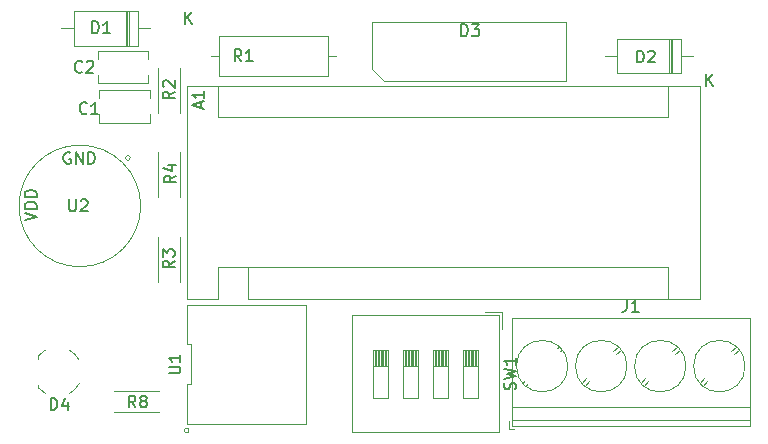
<source format=gto>
%TF.GenerationSoftware,KiCad,Pcbnew,(5.1.8)-1*%
%TF.CreationDate,2021-01-21T21:37:33-05:00*%
%TF.ProjectId,TTS,5454532e-6b69-4636-9164-5f7063625858,rev?*%
%TF.SameCoordinates,Original*%
%TF.FileFunction,Legend,Top*%
%TF.FilePolarity,Positive*%
%FSLAX46Y46*%
G04 Gerber Fmt 4.6, Leading zero omitted, Abs format (unit mm)*
G04 Created by KiCad (PCBNEW (5.1.8)-1) date 2021-01-21 21:37:33*
%MOMM*%
%LPD*%
G01*
G04 APERTURE LIST*
%ADD10C,0.150000*%
%ADD11C,0.120000*%
%ADD12C,0.100000*%
G04 APERTURE END LIST*
D10*
X144830895Y-85047200D02*
X144735657Y-84999580D01*
X144592800Y-84999580D01*
X144449942Y-85047200D01*
X144354704Y-85142438D01*
X144307085Y-85237676D01*
X144259466Y-85428152D01*
X144259466Y-85571009D01*
X144307085Y-85761485D01*
X144354704Y-85856723D01*
X144449942Y-85951961D01*
X144592800Y-85999580D01*
X144688038Y-85999580D01*
X144830895Y-85951961D01*
X144878514Y-85904342D01*
X144878514Y-85571009D01*
X144688038Y-85571009D01*
X145307085Y-85999580D02*
X145307085Y-84999580D01*
X145878514Y-85999580D01*
X145878514Y-84999580D01*
X146354704Y-85999580D02*
X146354704Y-84999580D01*
X146592800Y-84999580D01*
X146735657Y-85047200D01*
X146830895Y-85142438D01*
X146878514Y-85237676D01*
X146926133Y-85428152D01*
X146926133Y-85571009D01*
X146878514Y-85761485D01*
X146830895Y-85856723D01*
X146735657Y-85951961D01*
X146592800Y-85999580D01*
X146354704Y-85999580D01*
X140981180Y-90792133D02*
X141981180Y-90458800D01*
X140981180Y-90125466D01*
X141981180Y-89792133D02*
X140981180Y-89792133D01*
X140981180Y-89554038D01*
X141028800Y-89411180D01*
X141124038Y-89315942D01*
X141219276Y-89268323D01*
X141409752Y-89220704D01*
X141552609Y-89220704D01*
X141743085Y-89268323D01*
X141838323Y-89315942D01*
X141933561Y-89411180D01*
X141981180Y-89554038D01*
X141981180Y-89792133D01*
X141981180Y-88792133D02*
X140981180Y-88792133D01*
X140981180Y-88554038D01*
X141028800Y-88411180D01*
X141124038Y-88315942D01*
X141219276Y-88268323D01*
X141409752Y-88220704D01*
X141552609Y-88220704D01*
X141743085Y-88268323D01*
X141838323Y-88315942D01*
X141933561Y-88411180D01*
X141981180Y-88554038D01*
X141981180Y-88792133D01*
D11*
%TO.C,SW1*%
X181109000Y-98809000D02*
X181109000Y-108709000D01*
X168649000Y-98809000D02*
X168649000Y-108709000D01*
X181109000Y-98809000D02*
X168649000Y-98809000D01*
X181109000Y-108709000D02*
X168649000Y-108709000D01*
X181349000Y-98569000D02*
X181349000Y-99953000D01*
X181349000Y-98569000D02*
X179966000Y-98569000D01*
X179324000Y-101729000D02*
X178054000Y-101729000D01*
X178054000Y-101729000D02*
X178054000Y-105789000D01*
X178054000Y-105789000D02*
X179324000Y-105789000D01*
X179324000Y-105789000D02*
X179324000Y-101729000D01*
X179204000Y-101729000D02*
X179204000Y-103082333D01*
X179084000Y-101729000D02*
X179084000Y-103082333D01*
X178964000Y-101729000D02*
X178964000Y-103082333D01*
X178844000Y-101729000D02*
X178844000Y-103082333D01*
X178724000Y-101729000D02*
X178724000Y-103082333D01*
X178604000Y-101729000D02*
X178604000Y-103082333D01*
X178484000Y-101729000D02*
X178484000Y-103082333D01*
X178364000Y-101729000D02*
X178364000Y-103082333D01*
X178244000Y-101729000D02*
X178244000Y-103082333D01*
X178124000Y-101729000D02*
X178124000Y-103082333D01*
X179324000Y-103082333D02*
X178054000Y-103082333D01*
X176784000Y-101729000D02*
X175514000Y-101729000D01*
X175514000Y-101729000D02*
X175514000Y-105789000D01*
X175514000Y-105789000D02*
X176784000Y-105789000D01*
X176784000Y-105789000D02*
X176784000Y-101729000D01*
X176664000Y-101729000D02*
X176664000Y-103082333D01*
X176544000Y-101729000D02*
X176544000Y-103082333D01*
X176424000Y-101729000D02*
X176424000Y-103082333D01*
X176304000Y-101729000D02*
X176304000Y-103082333D01*
X176184000Y-101729000D02*
X176184000Y-103082333D01*
X176064000Y-101729000D02*
X176064000Y-103082333D01*
X175944000Y-101729000D02*
X175944000Y-103082333D01*
X175824000Y-101729000D02*
X175824000Y-103082333D01*
X175704000Y-101729000D02*
X175704000Y-103082333D01*
X175584000Y-101729000D02*
X175584000Y-103082333D01*
X176784000Y-103082333D02*
X175514000Y-103082333D01*
X174244000Y-101729000D02*
X172974000Y-101729000D01*
X172974000Y-101729000D02*
X172974000Y-105789000D01*
X172974000Y-105789000D02*
X174244000Y-105789000D01*
X174244000Y-105789000D02*
X174244000Y-101729000D01*
X174124000Y-101729000D02*
X174124000Y-103082333D01*
X174004000Y-101729000D02*
X174004000Y-103082333D01*
X173884000Y-101729000D02*
X173884000Y-103082333D01*
X173764000Y-101729000D02*
X173764000Y-103082333D01*
X173644000Y-101729000D02*
X173644000Y-103082333D01*
X173524000Y-101729000D02*
X173524000Y-103082333D01*
X173404000Y-101729000D02*
X173404000Y-103082333D01*
X173284000Y-101729000D02*
X173284000Y-103082333D01*
X173164000Y-101729000D02*
X173164000Y-103082333D01*
X173044000Y-101729000D02*
X173044000Y-103082333D01*
X174244000Y-103082333D02*
X172974000Y-103082333D01*
X171704000Y-101729000D02*
X170434000Y-101729000D01*
X170434000Y-101729000D02*
X170434000Y-105789000D01*
X170434000Y-105789000D02*
X171704000Y-105789000D01*
X171704000Y-105789000D02*
X171704000Y-101729000D01*
X171584000Y-101729000D02*
X171584000Y-103082333D01*
X171464000Y-101729000D02*
X171464000Y-103082333D01*
X171344000Y-101729000D02*
X171344000Y-103082333D01*
X171224000Y-101729000D02*
X171224000Y-103082333D01*
X171104000Y-101729000D02*
X171104000Y-103082333D01*
X170984000Y-101729000D02*
X170984000Y-103082333D01*
X170864000Y-101729000D02*
X170864000Y-103082333D01*
X170744000Y-101729000D02*
X170744000Y-103082333D01*
X170624000Y-101729000D02*
X170624000Y-103082333D01*
X170504000Y-101729000D02*
X170504000Y-103082333D01*
X171704000Y-103082333D02*
X170434000Y-103082333D01*
%TO.C,A1*%
X159893000Y-94742000D02*
X157353000Y-94742000D01*
X157353000Y-94742000D02*
X157353000Y-97412000D01*
X159893000Y-97412000D02*
X198123000Y-97412000D01*
X154683000Y-97412000D02*
X157353000Y-97412000D01*
X157353000Y-82042000D02*
X157353000Y-79372000D01*
X157353000Y-82042000D02*
X195453000Y-82042000D01*
X195453000Y-82042000D02*
X195453000Y-79372000D01*
X159893000Y-94742000D02*
X159893000Y-97412000D01*
X159893000Y-94742000D02*
X195453000Y-94742000D01*
X195453000Y-94742000D02*
X195453000Y-97412000D01*
X198123000Y-97412000D02*
X198123000Y-79372000D01*
X198123000Y-79372000D02*
X154683000Y-79372000D01*
X154683000Y-79372000D02*
X154683000Y-97412000D01*
%TO.C,C1*%
X147302800Y-80462600D02*
X147302800Y-79757600D01*
X147302800Y-82497600D02*
X147302800Y-81792600D01*
X151542800Y-80462600D02*
X151542800Y-79757600D01*
X151542800Y-82497600D02*
X151542800Y-81792600D01*
X151542800Y-79757600D02*
X147302800Y-79757600D01*
X151542800Y-82497600D02*
X147302800Y-82497600D01*
%TO.C,C2*%
X151441200Y-79144800D02*
X147201200Y-79144800D01*
X151441200Y-76404800D02*
X147201200Y-76404800D01*
X151441200Y-79144800D02*
X151441200Y-78439800D01*
X151441200Y-77109800D02*
X151441200Y-76404800D01*
X147201200Y-79144800D02*
X147201200Y-78439800D01*
X147201200Y-77109800D02*
X147201200Y-76404800D01*
%TO.C,D3*%
X171397800Y-79004800D02*
X170397800Y-78004800D01*
X170397800Y-78004800D02*
X170397800Y-74004800D01*
X170397800Y-74004800D02*
X186827800Y-74004800D01*
X186827800Y-74004800D02*
X186827800Y-79004800D01*
X186827800Y-79004800D02*
X171397800Y-79004800D01*
D12*
%TO.C,D4*%
X142138600Y-104956600D02*
X142138600Y-104706600D01*
X142138600Y-102256600D02*
X142138600Y-102506600D01*
X144738600Y-101756600D02*
G75*
G02*
X145588600Y-102606600I-1000000J-1850000D01*
G01*
X145588600Y-104606600D02*
G75*
G02*
X144738600Y-105456600I-1850000J1000000D01*
G01*
X142131315Y-102250453D02*
G75*
G02*
X142738600Y-101756600I1607285J-1356147D01*
G01*
X142743133Y-105448215D02*
G75*
G02*
X142138600Y-104956600I995467J1841615D01*
G01*
D11*
%TO.C,J1*%
X186965000Y-103124000D02*
G75*
G03*
X186965000Y-103124000I-2180000J0D01*
G01*
X191965000Y-103124000D02*
G75*
G03*
X191965000Y-103124000I-2180000J0D01*
G01*
X196965000Y-103124000D02*
G75*
G03*
X196965000Y-103124000I-2180000J0D01*
G01*
X201965000Y-103124000D02*
G75*
G03*
X201965000Y-103124000I-2180000J0D01*
G01*
X182225000Y-107724000D02*
X202346000Y-107724000D01*
X182225000Y-106624000D02*
X202346000Y-106624000D01*
X182225000Y-99064000D02*
X202346000Y-99064000D01*
X182225000Y-108184000D02*
X202346000Y-108184000D01*
X182225000Y-99064000D02*
X182225000Y-108184000D01*
X202346000Y-99064000D02*
X202346000Y-108184000D01*
X186439000Y-101736000D02*
X186332000Y-101843000D01*
X183503000Y-104671000D02*
X183397000Y-104778000D01*
X186173000Y-101470000D02*
X186066000Y-101577000D01*
X183237000Y-104405000D02*
X183131000Y-104512000D01*
X191439000Y-101736000D02*
X191044000Y-102132000D01*
X188778000Y-104398000D02*
X188398000Y-104778000D01*
X191173000Y-101470000D02*
X190793000Y-101850000D01*
X188527000Y-104116000D02*
X188132000Y-104512000D01*
X196439000Y-101736000D02*
X196044000Y-102132000D01*
X193778000Y-104398000D02*
X193398000Y-104778000D01*
X196173000Y-101470000D02*
X195793000Y-101850000D01*
X193527000Y-104116000D02*
X193132000Y-104512000D01*
X201439000Y-101736000D02*
X201044000Y-102132000D01*
X198778000Y-104398000D02*
X198398000Y-104778000D01*
X201173000Y-101470000D02*
X200793000Y-101850000D01*
X198527000Y-104116000D02*
X198132000Y-104512000D01*
X181985000Y-107784000D02*
X181985000Y-108424000D01*
X181985000Y-108424000D02*
X182385000Y-108424000D01*
%TO.C,R1*%
X166672000Y-78580400D02*
X166672000Y-75140400D01*
X166672000Y-75140400D02*
X157432000Y-75140400D01*
X157432000Y-75140400D02*
X157432000Y-78580400D01*
X157432000Y-78580400D02*
X166672000Y-78580400D01*
X167362000Y-76860400D02*
X166672000Y-76860400D01*
X156742000Y-76860400D02*
X157432000Y-76860400D01*
%TO.C,R2*%
X152242000Y-81726800D02*
X152242000Y-77886800D01*
X154082000Y-81726800D02*
X154082000Y-77886800D01*
%TO.C,R3*%
X152242000Y-92187000D02*
X152242000Y-96027000D01*
X154082000Y-92187000D02*
X154082000Y-96027000D01*
%TO.C,R4*%
X154082000Y-88838800D02*
X154082000Y-84998800D01*
X152242000Y-88838800D02*
X152242000Y-84998800D01*
%TO.C,R8*%
X152338800Y-107041200D02*
X148498800Y-107041200D01*
X152338800Y-105201200D02*
X148498800Y-105201200D01*
%TO.C,U1*%
X154706000Y-108031600D02*
X164826000Y-108031600D01*
X164826000Y-108031600D02*
X164826000Y-97911600D01*
X164826000Y-97911600D02*
X154706000Y-97911600D01*
X154706000Y-97911600D02*
X154706000Y-101284934D01*
X154706000Y-101284934D02*
X155066000Y-101284934D01*
X155066000Y-101284934D02*
X155066000Y-104658266D01*
X155066000Y-104658266D02*
X154706000Y-104658266D01*
X154706000Y-104658266D02*
X154706000Y-108031600D01*
X154886000Y-108559600D02*
G75*
G03*
X154886000Y-108559600I-200000J0D01*
G01*
%TO.C,U2*%
X149907600Y-85496400D02*
G75*
G03*
X149907600Y-85496400I-200000J0D01*
G01*
X150793600Y-89560400D02*
G75*
G03*
X150793600Y-89560400I-5150000J0D01*
G01*
%TO.C,D1*%
X149768000Y-75993600D02*
X149768000Y-73053600D01*
X149528000Y-75993600D02*
X149528000Y-73053600D01*
X149648000Y-75993600D02*
X149648000Y-73053600D01*
X144088000Y-74523600D02*
X145108000Y-74523600D01*
X151568000Y-74523600D02*
X150548000Y-74523600D01*
X145108000Y-75993600D02*
X150548000Y-75993600D01*
X145108000Y-73053600D02*
X145108000Y-75993600D01*
X150548000Y-73053600D02*
X145108000Y-73053600D01*
X150548000Y-75993600D02*
X150548000Y-73053600D01*
%TO.C,D2*%
X196572800Y-78330400D02*
X196572800Y-75390400D01*
X196572800Y-75390400D02*
X191132800Y-75390400D01*
X191132800Y-75390400D02*
X191132800Y-78330400D01*
X191132800Y-78330400D02*
X196572800Y-78330400D01*
X197592800Y-76860400D02*
X196572800Y-76860400D01*
X190112800Y-76860400D02*
X191132800Y-76860400D01*
X195672800Y-78330400D02*
X195672800Y-75390400D01*
X195552800Y-78330400D02*
X195552800Y-75390400D01*
X195792800Y-78330400D02*
X195792800Y-75390400D01*
%TO.C,SW1*%
D10*
X182513761Y-105092333D02*
X182561380Y-104949476D01*
X182561380Y-104711380D01*
X182513761Y-104616142D01*
X182466142Y-104568523D01*
X182370904Y-104520904D01*
X182275666Y-104520904D01*
X182180428Y-104568523D01*
X182132809Y-104616142D01*
X182085190Y-104711380D01*
X182037571Y-104901857D01*
X181989952Y-104997095D01*
X181942333Y-105044714D01*
X181847095Y-105092333D01*
X181751857Y-105092333D01*
X181656619Y-105044714D01*
X181609000Y-104997095D01*
X181561380Y-104901857D01*
X181561380Y-104663761D01*
X181609000Y-104520904D01*
X181561380Y-104187571D02*
X182561380Y-103949476D01*
X181847095Y-103759000D01*
X182561380Y-103568523D01*
X181561380Y-103330428D01*
X182561380Y-102425666D02*
X182561380Y-102997095D01*
X182561380Y-102711380D02*
X181561380Y-102711380D01*
X181704238Y-102806619D01*
X181799476Y-102901857D01*
X181847095Y-102997095D01*
%TO.C,A1*%
X155868666Y-81283085D02*
X155868666Y-80806895D01*
X156154380Y-81378323D02*
X155154380Y-81044990D01*
X156154380Y-80711657D01*
X156154380Y-79854514D02*
X156154380Y-80425942D01*
X156154380Y-80140228D02*
X155154380Y-80140228D01*
X155297238Y-80235466D01*
X155392476Y-80330704D01*
X155440095Y-80425942D01*
%TO.C,C1*%
X146238933Y-81687942D02*
X146191314Y-81735561D01*
X146048457Y-81783180D01*
X145953219Y-81783180D01*
X145810361Y-81735561D01*
X145715123Y-81640323D01*
X145667504Y-81545085D01*
X145619885Y-81354609D01*
X145619885Y-81211752D01*
X145667504Y-81021276D01*
X145715123Y-80926038D01*
X145810361Y-80830800D01*
X145953219Y-80783180D01*
X146048457Y-80783180D01*
X146191314Y-80830800D01*
X146238933Y-80878419D01*
X147191314Y-81783180D02*
X146619885Y-81783180D01*
X146905600Y-81783180D02*
X146905600Y-80783180D01*
X146810361Y-80926038D01*
X146715123Y-81021276D01*
X146619885Y-81068895D01*
%TO.C,C2*%
X145832533Y-78182742D02*
X145784914Y-78230361D01*
X145642057Y-78277980D01*
X145546819Y-78277980D01*
X145403961Y-78230361D01*
X145308723Y-78135123D01*
X145261104Y-78039885D01*
X145213485Y-77849409D01*
X145213485Y-77706552D01*
X145261104Y-77516076D01*
X145308723Y-77420838D01*
X145403961Y-77325600D01*
X145546819Y-77277980D01*
X145642057Y-77277980D01*
X145784914Y-77325600D01*
X145832533Y-77373219D01*
X146213485Y-77373219D02*
X146261104Y-77325600D01*
X146356342Y-77277980D01*
X146594438Y-77277980D01*
X146689676Y-77325600D01*
X146737295Y-77373219D01*
X146784914Y-77468457D01*
X146784914Y-77563695D01*
X146737295Y-77706552D01*
X146165866Y-78277980D01*
X146784914Y-78277980D01*
%TO.C,D3*%
X177925504Y-75179180D02*
X177925504Y-74179180D01*
X178163600Y-74179180D01*
X178306457Y-74226800D01*
X178401695Y-74322038D01*
X178449314Y-74417276D01*
X178496933Y-74607752D01*
X178496933Y-74750609D01*
X178449314Y-74941085D01*
X178401695Y-75036323D01*
X178306457Y-75131561D01*
X178163600Y-75179180D01*
X177925504Y-75179180D01*
X178830266Y-74179180D02*
X179449314Y-74179180D01*
X179115980Y-74560133D01*
X179258838Y-74560133D01*
X179354076Y-74607752D01*
X179401695Y-74655371D01*
X179449314Y-74750609D01*
X179449314Y-74988704D01*
X179401695Y-75083942D01*
X179354076Y-75131561D01*
X179258838Y-75179180D01*
X178973123Y-75179180D01*
X178877885Y-75131561D01*
X178830266Y-75083942D01*
%TO.C,D4*%
X143178304Y-106827580D02*
X143178304Y-105827580D01*
X143416400Y-105827580D01*
X143559257Y-105875200D01*
X143654495Y-105970438D01*
X143702114Y-106065676D01*
X143749733Y-106256152D01*
X143749733Y-106399009D01*
X143702114Y-106589485D01*
X143654495Y-106684723D01*
X143559257Y-106779961D01*
X143416400Y-106827580D01*
X143178304Y-106827580D01*
X144606876Y-106160914D02*
X144606876Y-106827580D01*
X144368780Y-105779961D02*
X144130685Y-106494247D01*
X144749733Y-106494247D01*
%TO.C,J1*%
X191951666Y-97516380D02*
X191951666Y-98230666D01*
X191904047Y-98373523D01*
X191808809Y-98468761D01*
X191665952Y-98516380D01*
X191570714Y-98516380D01*
X192951666Y-98516380D02*
X192380238Y-98516380D01*
X192665952Y-98516380D02*
X192665952Y-97516380D01*
X192570714Y-97659238D01*
X192475476Y-97754476D01*
X192380238Y-97802095D01*
%TO.C,R1*%
X159319933Y-77312780D02*
X158986600Y-76836590D01*
X158748504Y-77312780D02*
X158748504Y-76312780D01*
X159129457Y-76312780D01*
X159224695Y-76360400D01*
X159272314Y-76408019D01*
X159319933Y-76503257D01*
X159319933Y-76646114D01*
X159272314Y-76741352D01*
X159224695Y-76788971D01*
X159129457Y-76836590D01*
X158748504Y-76836590D01*
X160272314Y-77312780D02*
X159700885Y-77312780D01*
X159986600Y-77312780D02*
X159986600Y-76312780D01*
X159891361Y-76455638D01*
X159796123Y-76550876D01*
X159700885Y-76598495D01*
%TO.C,R2*%
X153665180Y-79871866D02*
X153188990Y-80205200D01*
X153665180Y-80443295D02*
X152665180Y-80443295D01*
X152665180Y-80062342D01*
X152712800Y-79967104D01*
X152760419Y-79919485D01*
X152855657Y-79871866D01*
X152998514Y-79871866D01*
X153093752Y-79919485D01*
X153141371Y-79967104D01*
X153188990Y-80062342D01*
X153188990Y-80443295D01*
X152760419Y-79490914D02*
X152712800Y-79443295D01*
X152665180Y-79348057D01*
X152665180Y-79109961D01*
X152712800Y-79014723D01*
X152760419Y-78967104D01*
X152855657Y-78919485D01*
X152950895Y-78919485D01*
X153093752Y-78967104D01*
X153665180Y-79538533D01*
X153665180Y-78919485D01*
%TO.C,R3*%
X153665180Y-94197466D02*
X153188990Y-94530800D01*
X153665180Y-94768895D02*
X152665180Y-94768895D01*
X152665180Y-94387942D01*
X152712800Y-94292704D01*
X152760419Y-94245085D01*
X152855657Y-94197466D01*
X152998514Y-94197466D01*
X153093752Y-94245085D01*
X153141371Y-94292704D01*
X153188990Y-94387942D01*
X153188990Y-94768895D01*
X152665180Y-93864133D02*
X152665180Y-93245085D01*
X153046133Y-93578419D01*
X153046133Y-93435561D01*
X153093752Y-93340323D01*
X153141371Y-93292704D01*
X153236609Y-93245085D01*
X153474704Y-93245085D01*
X153569942Y-93292704D01*
X153617561Y-93340323D01*
X153665180Y-93435561D01*
X153665180Y-93721276D01*
X153617561Y-93816514D01*
X153569942Y-93864133D01*
%TO.C,R4*%
X153766780Y-86983866D02*
X153290590Y-87317200D01*
X153766780Y-87555295D02*
X152766780Y-87555295D01*
X152766780Y-87174342D01*
X152814400Y-87079104D01*
X152862019Y-87031485D01*
X152957257Y-86983866D01*
X153100114Y-86983866D01*
X153195352Y-87031485D01*
X153242971Y-87079104D01*
X153290590Y-87174342D01*
X153290590Y-87555295D01*
X153100114Y-86126723D02*
X153766780Y-86126723D01*
X152719161Y-86364819D02*
X153433447Y-86602914D01*
X153433447Y-85983866D01*
%TO.C,R8*%
X150353733Y-106624380D02*
X150020400Y-106148190D01*
X149782304Y-106624380D02*
X149782304Y-105624380D01*
X150163257Y-105624380D01*
X150258495Y-105672000D01*
X150306114Y-105719619D01*
X150353733Y-105814857D01*
X150353733Y-105957714D01*
X150306114Y-106052952D01*
X150258495Y-106100571D01*
X150163257Y-106148190D01*
X149782304Y-106148190D01*
X150925161Y-106052952D02*
X150829923Y-106005333D01*
X150782304Y-105957714D01*
X150734685Y-105862476D01*
X150734685Y-105814857D01*
X150782304Y-105719619D01*
X150829923Y-105672000D01*
X150925161Y-105624380D01*
X151115638Y-105624380D01*
X151210876Y-105672000D01*
X151258495Y-105719619D01*
X151306114Y-105814857D01*
X151306114Y-105862476D01*
X151258495Y-105957714D01*
X151210876Y-106005333D01*
X151115638Y-106052952D01*
X150925161Y-106052952D01*
X150829923Y-106100571D01*
X150782304Y-106148190D01*
X150734685Y-106243428D01*
X150734685Y-106433904D01*
X150782304Y-106529142D01*
X150829923Y-106576761D01*
X150925161Y-106624380D01*
X151115638Y-106624380D01*
X151210876Y-106576761D01*
X151258495Y-106529142D01*
X151306114Y-106433904D01*
X151306114Y-106243428D01*
X151258495Y-106148190D01*
X151210876Y-106100571D01*
X151115638Y-106052952D01*
%TO.C,U1*%
X153158380Y-103733504D02*
X153967904Y-103733504D01*
X154063142Y-103685885D01*
X154110761Y-103638266D01*
X154158380Y-103543028D01*
X154158380Y-103352552D01*
X154110761Y-103257314D01*
X154063142Y-103209695D01*
X153967904Y-103162076D01*
X153158380Y-103162076D01*
X154158380Y-102162076D02*
X154158380Y-102733504D01*
X154158380Y-102447790D02*
X153158380Y-102447790D01*
X153301238Y-102543028D01*
X153396476Y-102638266D01*
X153444095Y-102733504D01*
%TO.C,U2*%
X144729295Y-89012780D02*
X144729295Y-89822304D01*
X144776914Y-89917542D01*
X144824533Y-89965161D01*
X144919771Y-90012780D01*
X145110247Y-90012780D01*
X145205485Y-89965161D01*
X145253104Y-89917542D01*
X145300723Y-89822304D01*
X145300723Y-89012780D01*
X145729295Y-89108019D02*
X145776914Y-89060400D01*
X145872152Y-89012780D01*
X146110247Y-89012780D01*
X146205485Y-89060400D01*
X146253104Y-89108019D01*
X146300723Y-89203257D01*
X146300723Y-89298495D01*
X146253104Y-89441352D01*
X145681676Y-90012780D01*
X146300723Y-90012780D01*
%TO.C,D1*%
X146683504Y-74925180D02*
X146683504Y-73925180D01*
X146921600Y-73925180D01*
X147064457Y-73972800D01*
X147159695Y-74068038D01*
X147207314Y-74163276D01*
X147254933Y-74353752D01*
X147254933Y-74496609D01*
X147207314Y-74687085D01*
X147159695Y-74782323D01*
X147064457Y-74877561D01*
X146921600Y-74925180D01*
X146683504Y-74925180D01*
X148207314Y-74925180D02*
X147635885Y-74925180D01*
X147921600Y-74925180D02*
X147921600Y-73925180D01*
X147826361Y-74068038D01*
X147731123Y-74163276D01*
X147635885Y-74210895D01*
X154576495Y-74163180D02*
X154576495Y-73163180D01*
X155147923Y-74163180D02*
X154719352Y-73591752D01*
X155147923Y-73163180D02*
X154576495Y-73734609D01*
%TO.C,D2*%
X192809904Y-77414380D02*
X192809904Y-76414380D01*
X193048000Y-76414380D01*
X193190857Y-76462000D01*
X193286095Y-76557238D01*
X193333714Y-76652476D01*
X193381333Y-76842952D01*
X193381333Y-76985809D01*
X193333714Y-77176285D01*
X193286095Y-77271523D01*
X193190857Y-77366761D01*
X193048000Y-77414380D01*
X192809904Y-77414380D01*
X193762285Y-76509619D02*
X193809904Y-76462000D01*
X193905142Y-76414380D01*
X194143238Y-76414380D01*
X194238476Y-76462000D01*
X194286095Y-76509619D01*
X194333714Y-76604857D01*
X194333714Y-76700095D01*
X194286095Y-76842952D01*
X193714666Y-77414380D01*
X194333714Y-77414380D01*
X198670895Y-79412780D02*
X198670895Y-78412780D01*
X199242323Y-79412780D02*
X198813752Y-78841352D01*
X199242323Y-78412780D02*
X198670895Y-78984209D01*
%TD*%
M02*

</source>
